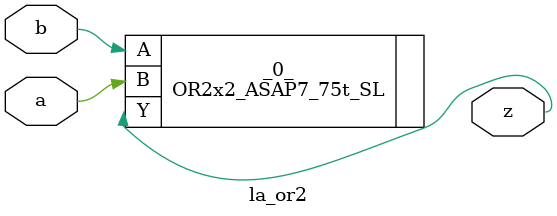
<source format=v>

/* Generated by Yosys 0.44 (git sha1 80ba43d26, g++ 11.4.0-1ubuntu1~22.04 -fPIC -O3) */

(* top =  1  *)
(* src = "generated" *)
module la_or2 (
    a,
    b,
    z
);
  (* src = "generated" *)
  input a;
  wire a;
  (* src = "generated" *)
  input b;
  wire b;
  (* src = "generated" *)
  output z;
  wire z;
  OR2x2_ASAP7_75t_SL _0_ (
      .A(b),
      .B(a),
      .Y(z)
  );
endmodule

</source>
